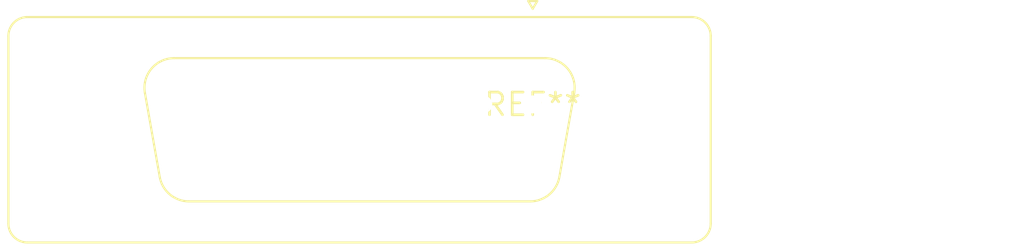
<source format=kicad_pcb>
(kicad_pcb (version 20240108) (generator pcbnew)
  (layers (0 "F.Cu" signal) (31 "B.Cu" signal) (34 "B.Paste" user) (35 "F.Paste" user) (36 "B.SilkS" user "B.Silkscreen") (37 "F.SilkS" user "F.Silkscreen") (38 "B.Mask" user) (39 "F.Mask" user) (44 "Edge.Cuts" user))
  (net 0 "")
  (footprint "DSUB-15_Female_Vertical_P2.77x2.84mm_MountingHoles" (layer "F.Cu") (at 0 0)
    (property "Reference" "REF**")
    (property "Value" "DSUB-15_Female_Vertical_P2.77x2.84mm_MountingHoles")
    (fp_line (start -29.355 6.67) (end -29.355 -3.83) (layer "F.SilkS") (stroke (width 0.12)))
    (fp_line (start -28.295 -4.89) (end 8.905 -4.89) (layer "F.SilkS") (stroke (width 0.12)))
    (fp_line (start -21.71147 -0.641744) (end -20.882733 4.058256) (layer "F.SilkS") (stroke (width 0.12)))
    (fp_line (start -20.076689 -2.59) (end 0.686689 -2.59) (layer "F.SilkS") (stroke (width 0.12)))
    (fp_line (start -19.247952 5.43) (end -0.142048 5.43) (layer "F.SilkS") (stroke (width 0.12)))
    (fp_line (start -0.25 -5.784338) (end 0.25 -5.784338) (layer "F.SilkS") (stroke (width 0.12)))
    (fp_line (start 0 -5.351325) (end -0.25 -5.784338) (layer "F.SilkS") (stroke (width 0.12)))
    (fp_line (start 0.25 -5.784338) (end 0 -5.351325) (layer "F.SilkS") (stroke (width 0.12)))
    (fp_line (start 2.32147 -0.641744) (end 1.492733 4.058256) (layer "F.SilkS") (stroke (width 0.12)))
    (fp_line (start 8.905 7.73) (end -28.295 7.73) (layer "F.SilkS") (stroke (width 0.12)))
    (fp_line (start 9.965 -3.83) (end 9.965 6.67) (layer "F.SilkS") (stroke (width 0.12)))
    (fp_arc (start -29.355 -3.83) (mid -29.044533 -4.579533) (end -28.295 -4.89) (layer "F.SilkS") (stroke (width 0.12)))
    (fp_arc (start -28.295 7.73) (mid -29.044533 7.419533) (end -29.355 6.67) (layer "F.SilkS") (stroke (width 0.12)))
    (fp_arc (start -21.71147 -0.641744) (mid -21.348323 -1.997028) (end -20.076689 -2.59) (layer "F.SilkS") (stroke (width 0.12)))
    (fp_arc (start -19.247952 5.43) (mid -20.314979 5.041634) (end -20.882733 4.058256) (layer "F.SilkS") (stroke (width 0.12)))
    (fp_arc (start 0.686689 -2.59) (mid 1.958323 -1.997027) (end 2.32147 -0.641744) (layer "F.SilkS") (stroke (width 0.12)))
    (fp_arc (start 1.492733 4.058256) (mid 0.92498 5.041634) (end -0.142048 5.43) (layer "F.SilkS") (stroke (width 0.12)))
    (fp_arc (start 8.905 -4.89) (mid 9.654533 -4.579533) (end 9.965 -3.83) (layer "F.SilkS") (stroke (width 0.12)))
    (fp_arc (start 9.965 6.67) (mid 9.654533 7.419533) (end 8.905 7.73) (layer "F.SilkS") (stroke (width 0.12)))
    (pad "0" thru_hole circle (at -26.345 1.42) (size 4 4) (drill 3.2) (layers *.Cu *.Mask) (remove_unused_layers))
    (pad "0" thru_hole circle (at 6.955 1.42) (size 4 4) (drill 3.2) (layers *.Cu *.Mask) (remove_unused_layers))
    (pad "1" thru_hole rect (at 0 0) (size 1.6 1.6) (drill 1) (layers *.Cu *.Mask) (remove_unused_layers))
    (pad "2" thru_hole circle (at -2.77 0) (size 1.6 1.6) (drill 1) (layers *.Cu *.Mask) (remove_unused_layers))
    (pad "3" thru_hole circle (at -5.54 0) (size 1.6 1.6) (drill 1) (layers *.Cu *.Mask) (remove_unused_layers))
    (pad "4" thru_hole circle (at -8.31 0) (size 1.6 1.6) (drill 1) (layers *.Cu *.Mask) (remove_unused_layers))
    (pad "5" thru_hole circle (at -11.08 0) (size 1.6 1.6) (drill 1) (layers *.Cu *.Mask) (remove_unused_layers))
    (pad "6" thru_hole circle (at -13.85 0) (size 1.6 1.6) (drill 1) (layers *.Cu *.Mask) (remove_unused_layers))
    (pad "7" thru_hole circle (at -16.62 0) (size 1.6 1.6) (drill 1) (layers *.Cu *.Mask) (remove_unused_layers))
    (pad "8" thru_hole circle (at -19.39 0) (size 1.6 1.6) (drill 1) (layers *.Cu *.Mask) (remove_unused_layers))
    (pad "9" thru_hole circle (at -1.385 2.84) (size 1.6 1.6) (drill 1) (layers *.Cu *.Mask) (remove_unused_layers))
    (pad "10" thru_hole circle (at -4.155 2.84) (size 1.6 1.6) (drill 1) (layers *.Cu *.Mask) (remove_unused_layers))
    (pad "11" thru_hole circle (at -6.925 2.84) (size 1.6 1.6) (drill 1) (layers *.Cu *.Mask) (remove_unused_layers))
    (pad "12" thru_hole circle (at -9.695 2.84) (size 1.6 1.6) (drill 1) (layers *.Cu *.Mask) (remove_unused_layers))
    (pad "13" thru_hole circle (at -12.465 2.84) (size 1.6 1.6) (drill 1) (layers *.Cu *.Mask) (remove_unused_layers))
    (pad "14" thru_hole circle (at -15.235 2.84) (size 1.6 1.6) (drill 1) (layers *.Cu *.Mask) (remove_unused_layers))
    (pad "15" thru_hole circle (at -18.005 2.84) (size 1.6 1.6) (drill 1) (layers *.Cu *.Mask) (remove_unused_layers))
  )
)
</source>
